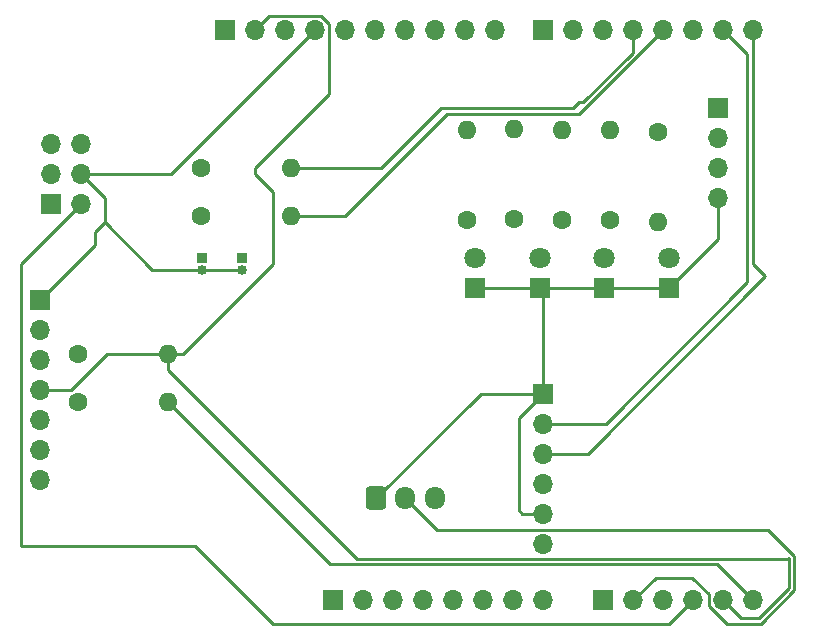
<source format=gbr>
%TF.GenerationSoftware,KiCad,Pcbnew,8.0.8*%
%TF.CreationDate,2025-03-13T23:48:43-06:00*%
%TF.ProjectId,2fib2foib2f,32666962-3266-46f6-9962-32662e6b6963,rev?*%
%TF.SameCoordinates,Original*%
%TF.FileFunction,Copper,L2,Bot*%
%TF.FilePolarity,Positive*%
%FSLAX46Y46*%
G04 Gerber Fmt 4.6, Leading zero omitted, Abs format (unit mm)*
G04 Created by KiCad (PCBNEW 8.0.8) date 2025-03-13 23:48:43*
%MOMM*%
%LPD*%
G01*
G04 APERTURE LIST*
G04 Aperture macros list*
%AMRoundRect*
0 Rectangle with rounded corners*
0 $1 Rounding radius*
0 $2 $3 $4 $5 $6 $7 $8 $9 X,Y pos of 4 corners*
0 Add a 4 corners polygon primitive as box body*
4,1,4,$2,$3,$4,$5,$6,$7,$8,$9,$2,$3,0*
0 Add four circle primitives for the rounded corners*
1,1,$1+$1,$2,$3*
1,1,$1+$1,$4,$5*
1,1,$1+$1,$6,$7*
1,1,$1+$1,$8,$9*
0 Add four rect primitives between the rounded corners*
20,1,$1+$1,$2,$3,$4,$5,0*
20,1,$1+$1,$4,$5,$6,$7,0*
20,1,$1+$1,$6,$7,$8,$9,0*
20,1,$1+$1,$8,$9,$2,$3,0*%
G04 Aperture macros list end*
%TA.AperFunction,ComponentPad*%
%ADD10R,1.700000X1.700000*%
%TD*%
%TA.AperFunction,ComponentPad*%
%ADD11O,1.700000X1.700000*%
%TD*%
%TA.AperFunction,ComponentPad*%
%ADD12RoundRect,0.250000X-0.600000X-0.725000X0.600000X-0.725000X0.600000X0.725000X-0.600000X0.725000X0*%
%TD*%
%TA.AperFunction,ComponentPad*%
%ADD13O,1.700000X1.950000*%
%TD*%
%TA.AperFunction,ComponentPad*%
%ADD14C,1.600000*%
%TD*%
%TA.AperFunction,ComponentPad*%
%ADD15O,1.600000X1.600000*%
%TD*%
%TA.AperFunction,ComponentPad*%
%ADD16R,0.850000X0.850000*%
%TD*%
%TA.AperFunction,ComponentPad*%
%ADD17O,0.850000X0.850000*%
%TD*%
%TA.AperFunction,ComponentPad*%
%ADD18R,1.800000X1.800000*%
%TD*%
%TA.AperFunction,ComponentPad*%
%ADD19C,1.800000*%
%TD*%
%TA.AperFunction,Conductor*%
%ADD20C,0.250000*%
%TD*%
G04 APERTURE END LIST*
D10*
%TO.P,J11,1,Pin_1*%
%TO.N,GND*%
X145745000Y-79959000D03*
D11*
%TO.P,J11,2,Pin_2*%
%TO.N,/TX*%
X145745000Y-82499000D03*
%TO.P,J11,3,Pin_3*%
%TO.N,/RX*%
X145745000Y-85039000D03*
%TO.P,J11,4,Pin_4*%
%TO.N,+5V*%
X145745000Y-87579000D03*
%TO.P,J11,5,Pin_5*%
%TO.N,GND*%
X145745000Y-90119000D03*
%TO.P,J11,6,Pin_6*%
%TO.N,unconnected-(J11-Pin_6-Pad6)*%
X145745000Y-92659000D03*
%TD*%
D12*
%TO.P,J10,1,Pin_1*%
%TO.N,GND*%
X131576000Y-88824000D03*
D13*
%TO.P,J10,2,Pin_2*%
%TO.N,/A1*%
X134076000Y-88824000D03*
%TO.P,J10,3,Pin_3*%
%TO.N,+5V*%
X136576000Y-88824000D03*
%TD*%
D14*
%TO.P,R9,1*%
%TO.N,Net-(J9-Pin_1)*%
X116764000Y-64934000D03*
D15*
%TO.P,R9,2*%
%TO.N,/\u002A3*%
X124384000Y-64934000D03*
%TD*%
D14*
%TO.P,R8,1*%
%TO.N,Net-(J8-Pin_1)*%
X116764000Y-60884000D03*
D15*
%TO.P,R8,2*%
%TO.N,/4*%
X124384000Y-60884000D03*
%TD*%
D16*
%TO.P,J9,1,Pin_1*%
%TO.N,Net-(J9-Pin_1)*%
X120214000Y-68484000D03*
D17*
%TO.P,J9,2,Pin_2*%
%TO.N,GND*%
X120214000Y-69484000D03*
%TD*%
D16*
%TO.P,J8,1,Pin_1*%
%TO.N,Net-(J8-Pin_1)*%
X116864000Y-68484000D03*
D17*
%TO.P,J8,2,Pin_2*%
%TO.N,GND*%
X116864000Y-69484000D03*
%TD*%
D10*
%TO.P,J6,1,Pin_1*%
%TO.N,+3V3*%
X104064000Y-63932000D03*
D11*
%TO.P,J6,2,Pin_2*%
%TO.N,/A3*%
X106604000Y-63932000D03*
%TO.P,J6,3,Pin_3*%
%TO.N,unconnected-(J6-Pin_3-Pad3)*%
X104064000Y-61392000D03*
%TO.P,J6,4,Pin_4*%
%TO.N,GND*%
X106604000Y-61392000D03*
%TO.P,J6,5,Pin_5*%
%TO.N,unconnected-(J6-Pin_5-Pad5)*%
X104064000Y-58852000D03*
%TO.P,J6,6,Pin_6*%
%TO.N,unconnected-(J6-Pin_6-Pad6)*%
X106604000Y-58852000D03*
%TD*%
D10*
%TO.P,J7,1,Pin_1*%
%TO.N,GND*%
X103100000Y-72060000D03*
D11*
%TO.P,J7,2,Pin_2*%
%TO.N,+3V3*%
X103100000Y-74600000D03*
%TO.P,J7,3,Pin_3*%
%TO.N,/SCL*%
X103100000Y-77140000D03*
%TO.P,J7,4,Pin_4*%
%TO.N,/SDA*%
X103100000Y-79680000D03*
%TO.P,J7,5,Pin_5*%
%TO.N,unconnected-(J7-Pin_5-Pad5)*%
X103100000Y-82220000D03*
%TO.P,J7,6,Pin_6*%
%TO.N,unconnected-(J7-Pin_6-Pad6)*%
X103100000Y-84760000D03*
%TO.P,J7,7,Pin_7*%
%TO.N,unconnected-(J7-Pin_7-Pad7)*%
X103100000Y-87300000D03*
%TD*%
D15*
%TO.P,R7,2*%
%TO.N,/SCL*%
X113970000Y-80696000D03*
D14*
%TO.P,R7,1*%
%TO.N,+3V3*%
X106350000Y-80696000D03*
%TD*%
D15*
%TO.P,R6,2*%
%TO.N,/SDA*%
X113970000Y-76646000D03*
D14*
%TO.P,R6,1*%
%TO.N,+3V3*%
X106350000Y-76646000D03*
%TD*%
D10*
%TO.P,J1,1,Pin_1*%
%TO.N,unconnected-(J1-Pin_1-Pad1)*%
X127940000Y-97460000D03*
D11*
%TO.P,J1,2,Pin_2*%
%TO.N,/IOREF*%
X130480000Y-97460000D03*
%TO.P,J1,3,Pin_3*%
%TO.N,/~{RESET}*%
X133020000Y-97460000D03*
%TO.P,J1,4,Pin_4*%
%TO.N,+3V3*%
X135560000Y-97460000D03*
%TO.P,J1,5,Pin_5*%
%TO.N,+5V*%
X138100000Y-97460000D03*
%TO.P,J1,6,Pin_6*%
%TO.N,GND*%
X140640000Y-97460000D03*
%TO.P,J1,7,Pin_7*%
X143180000Y-97460000D03*
%TO.P,J1,8,Pin_8*%
%TO.N,VCC*%
X145720000Y-97460000D03*
%TD*%
D10*
%TO.P,J3,1,Pin_1*%
%TO.N,/A0*%
X150800000Y-97460000D03*
D11*
%TO.P,J3,2,Pin_2*%
%TO.N,/A1*%
X153340000Y-97460000D03*
%TO.P,J3,3,Pin_3*%
%TO.N,/A2*%
X155880000Y-97460000D03*
%TO.P,J3,4,Pin_4*%
%TO.N,/A3*%
X158420000Y-97460000D03*
%TO.P,J3,5,Pin_5*%
%TO.N,/SDA*%
X160960000Y-97460000D03*
%TO.P,J3,6,Pin_6*%
%TO.N,/SCL*%
X163500000Y-97460000D03*
%TD*%
D10*
%TO.P,J2,1,Pin_1*%
%TO.N,/SCL*%
X118796000Y-49200000D03*
D11*
%TO.P,J2,2,Pin_2*%
%TO.N,/SDA*%
X121336000Y-49200000D03*
%TO.P,J2,3,Pin_3*%
%TO.N,/AREF*%
X123876000Y-49200000D03*
%TO.P,J2,4,Pin_4*%
%TO.N,GND*%
X126416000Y-49200000D03*
%TO.P,J2,5,Pin_5*%
%TO.N,/13*%
X128956000Y-49200000D03*
%TO.P,J2,6,Pin_6*%
%TO.N,/12*%
X131496000Y-49200000D03*
%TO.P,J2,7,Pin_7*%
%TO.N,/\u002A11*%
X134036000Y-49200000D03*
%TO.P,J2,8,Pin_8*%
%TO.N,/\u002A10*%
X136576000Y-49200000D03*
%TO.P,J2,9,Pin_9*%
%TO.N,/\u002A9*%
X139116000Y-49200000D03*
%TO.P,J2,10,Pin_10*%
%TO.N,/8*%
X141656000Y-49200000D03*
%TD*%
D10*
%TO.P,J4,1,Pin_1*%
%TO.N,/7*%
X145720000Y-49200000D03*
D11*
%TO.P,J4,2,Pin_2*%
%TO.N,/\u002A6*%
X148260000Y-49200000D03*
%TO.P,J4,3,Pin_3*%
%TO.N,/\u002A5*%
X150800000Y-49200000D03*
%TO.P,J4,4,Pin_4*%
%TO.N,/4*%
X153340000Y-49200000D03*
%TO.P,J4,5,Pin_5*%
%TO.N,/\u002A3*%
X155880000Y-49200000D03*
%TO.P,J4,6,Pin_6*%
%TO.N,/2*%
X158420000Y-49200000D03*
%TO.P,J4,7,Pin_7*%
%TO.N,/TX*%
X160960000Y-49200000D03*
%TO.P,J4,8,Pin_8*%
%TO.N,/RX*%
X163500000Y-49200000D03*
%TD*%
D14*
%TO.P,R2,1*%
%TO.N,Net-(RedLED1-A)*%
X143298000Y-65202000D03*
D15*
%TO.P,R2,2*%
%TO.N,/7*%
X143298000Y-57582000D03*
%TD*%
D18*
%TO.P,RedLED1,1,K*%
%TO.N,GND*%
X150918000Y-71044000D03*
D19*
%TO.P,RedLED1,2,A*%
%TO.N,Net-(RedLED1-A)*%
X150918000Y-68504000D03*
%TD*%
D14*
%TO.P,R1,1*%
%TO.N,Net-(YellowLED1-A)*%
X139268000Y-65254000D03*
D15*
%TO.P,R1,2*%
%TO.N,/\u002A9*%
X139268000Y-57634000D03*
%TD*%
D18*
%TO.P,GreenLED1,1,K*%
%TO.N,GND*%
X145448000Y-71044000D03*
D19*
%TO.P,GreenLED1,2,A*%
%TO.N,Net-(GreenLED1-A)*%
X145448000Y-68504000D03*
%TD*%
D14*
%TO.P,R5,1*%
%TO.N,+5V*%
X155490000Y-57836000D03*
D15*
%TO.P,R5,2*%
%TO.N,/A0*%
X155490000Y-65456000D03*
%TD*%
D14*
%TO.P,R4,1*%
%TO.N,Net-(GreenLED1-A)*%
X151418000Y-65254000D03*
D15*
%TO.P,R4,2*%
%TO.N,/\u002A5*%
X151418000Y-57634000D03*
%TD*%
D14*
%TO.P,R3,1*%
%TO.N,Net-(BlueLED1-A)*%
X147368000Y-65254000D03*
D15*
%TO.P,R3,2*%
%TO.N,/\u002A6*%
X147368000Y-57634000D03*
%TD*%
D18*
%TO.P,BlueLED1,1,K*%
%TO.N,GND*%
X139978000Y-71044000D03*
D19*
%TO.P,BlueLED1,2,A*%
%TO.N,Net-(BlueLED1-A)*%
X139978000Y-68504000D03*
%TD*%
D10*
%TO.P,J5,1,Pin_1*%
%TO.N,+5V*%
X160570000Y-55804000D03*
D11*
%TO.P,J5,2,Pin_2*%
%TO.N,/A0*%
X160570000Y-58344000D03*
%TO.P,J5,3,Pin_3*%
%TO.N,unconnected-(J5-Pin_3-Pad3)*%
X160570000Y-60884000D03*
%TO.P,J5,4,Pin_4*%
%TO.N,GND*%
X160570000Y-63424000D03*
%TD*%
D18*
%TO.P,YellowLED1,1,K*%
%TO.N,GND*%
X156388000Y-71044000D03*
D19*
%TO.P,YellowLED1,2,A*%
%TO.N,Net-(YellowLED1-A)*%
X156388000Y-68504000D03*
%TD*%
D20*
%TO.N,/A1*%
X155256000Y-95544000D02*
X153340000Y-97460000D01*
X158355701Y-95544000D02*
X155256000Y-95544000D01*
X159785000Y-96973299D02*
X158355701Y-95544000D01*
X159785000Y-97946701D02*
X159785000Y-96973299D01*
X161272299Y-99434000D02*
X159785000Y-97946701D01*
X166998000Y-96630396D02*
X164194396Y-99434000D01*
X166998000Y-93717604D02*
X166998000Y-96630396D01*
X164764396Y-91484000D02*
X166998000Y-93717604D01*
X164194396Y-99434000D02*
X161272299Y-99434000D01*
X134076000Y-88824000D02*
X136736000Y-91484000D01*
X136736000Y-91484000D02*
X164764396Y-91484000D01*
%TO.N,/RX*%
X163500000Y-69012000D02*
X163500000Y-49200000D01*
X164516000Y-70028000D02*
X163500000Y-69012000D01*
X149505000Y-85039000D02*
X164516000Y-70028000D01*
X145745000Y-85039000D02*
X149505000Y-85039000D01*
%TO.N,/TX*%
X151029000Y-82499000D02*
X145745000Y-82499000D01*
X162992000Y-70536000D02*
X151029000Y-82499000D01*
%TO.N,/SDA*%
X122860000Y-69012000D02*
X115226000Y-76646000D01*
X115226000Y-76646000D02*
X113970000Y-76646000D01*
X122860000Y-62916000D02*
X122860000Y-69012000D01*
X121336000Y-60884000D02*
X121336000Y-61392000D01*
X127591000Y-48713299D02*
X127591000Y-54629000D01*
X121336000Y-61392000D02*
X122860000Y-62916000D01*
X126902701Y-48025000D02*
X127591000Y-48713299D01*
X127591000Y-54629000D02*
X121336000Y-60884000D01*
X122511000Y-48025000D02*
X126902701Y-48025000D01*
X121336000Y-49200000D02*
X122511000Y-48025000D01*
X166548000Y-93904000D02*
X166490000Y-93962000D01*
X166490000Y-93962000D02*
X129972000Y-93962000D01*
X166548000Y-96444000D02*
X166548000Y-93904000D01*
X113970000Y-77960000D02*
X113970000Y-76646000D01*
X162484000Y-98984000D02*
X164008000Y-98984000D01*
X160960000Y-97460000D02*
X162484000Y-98984000D01*
X164008000Y-98984000D02*
X166548000Y-96444000D01*
X129972000Y-93962000D02*
X113970000Y-77960000D01*
%TO.N,GND*%
X143688000Y-89840000D02*
X143967000Y-90119000D01*
X143688000Y-82016000D02*
X143688000Y-89840000D01*
X145745000Y-79959000D02*
X143688000Y-82016000D01*
X143967000Y-90119000D02*
X145745000Y-90119000D01*
%TO.N,/TX*%
X162992000Y-51232000D02*
X162992000Y-70536000D01*
X160960000Y-49200000D02*
X162992000Y-51232000D01*
%TO.N,/SDA*%
X108809009Y-76646000D02*
X113970000Y-76646000D01*
X105775009Y-79680000D02*
X108809009Y-76646000D01*
X103100000Y-79680000D02*
X105775009Y-79680000D01*
%TO.N,/SCL*%
X127686000Y-94412000D02*
X113970000Y-80696000D01*
X160452000Y-94412000D02*
X127686000Y-94412000D01*
X163500000Y-97460000D02*
X160452000Y-94412000D01*
%TO.N,/A3*%
X122860000Y-99492000D02*
X156388000Y-99492000D01*
X116256000Y-92888000D02*
X122860000Y-99492000D01*
X101524000Y-69012000D02*
X101524000Y-92888000D01*
X101524000Y-92888000D02*
X116256000Y-92888000D01*
X106604000Y-63932000D02*
X101524000Y-69012000D01*
X156388000Y-99492000D02*
X158420000Y-97460000D01*
%TO.N,GND*%
X116864000Y-69484000D02*
X112664000Y-69484000D01*
X112664000Y-69484000D02*
X108636000Y-65456000D01*
X108636000Y-63424000D02*
X106604000Y-61392000D01*
X108636000Y-65456000D02*
X108636000Y-63424000D01*
X107779000Y-66313000D02*
X108636000Y-65456000D01*
X107779000Y-67381000D02*
X107779000Y-66313000D01*
X103100000Y-72060000D02*
X107779000Y-67381000D01*
X120214000Y-69484000D02*
X116864000Y-69484000D01*
X114224000Y-61392000D02*
X106604000Y-61392000D01*
X126416000Y-49200000D02*
X114224000Y-61392000D01*
%TO.N,/4*%
X137084000Y-55804000D02*
X148260000Y-55804000D01*
X148768000Y-55296000D02*
X149147604Y-55296000D01*
X153340000Y-51103604D02*
X153340000Y-49200000D01*
X132004000Y-60884000D02*
X137084000Y-55804000D01*
X148260000Y-55804000D02*
X148768000Y-55296000D01*
X124384000Y-60884000D02*
X132004000Y-60884000D01*
X149147604Y-55296000D02*
X153340000Y-51103604D01*
%TO.N,/\u002A3*%
X148768000Y-56312000D02*
X155880000Y-49200000D01*
X137592000Y-56312000D02*
X148768000Y-56312000D01*
X128970000Y-64934000D02*
X137592000Y-56312000D01*
X124384000Y-64934000D02*
X128970000Y-64934000D01*
%TO.N,GND*%
X131576000Y-88824000D02*
X140441000Y-79959000D01*
X140441000Y-79959000D02*
X145745000Y-79959000D01*
X145745000Y-71341000D02*
X145448000Y-71044000D01*
X145745000Y-79959000D02*
X145745000Y-71341000D01*
X160570000Y-66862000D02*
X160570000Y-63424000D01*
X156388000Y-71044000D02*
X160570000Y-66862000D01*
X156388000Y-71044000D02*
X150918000Y-71044000D01*
X145448000Y-71044000D02*
X150918000Y-71044000D01*
X139978000Y-71044000D02*
X145448000Y-71044000D01*
%TD*%
M02*

</source>
